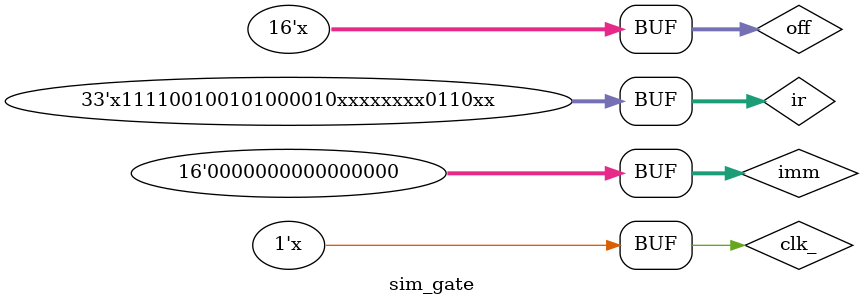
<source format=v>
`timescale 10ns/100ps

module sim_gate;

  // Registers
  reg clk_;
  reg [32:0] ir;
  reg [15:0] off, imm;

  // Net declarations
  wire roe_, rwe_, rcs_, rble_, rbhe_;
  wire [17:0] addr_;
  wire [15:0] data_;

  // Module instantiations
  test_exec t0(clk_, ir, off, imm, addr_, data_, roe_, rwe_, rcs_, rble_, rbhe_);
  idt71v416s10 idt0(data_, addr_, rwe_, roe_, rcs_, rble_, rbhe_);

  // Behavioral
  initial clk_ <= 1'b0;

  always #2 clk_ = ~clk_;

  initial
    begin            // ac ab im ma by fun  t  wh wr wm wf ad_d ad_c ad_b ad_a  s
       #35 ir      = 33'b0__0__0__0__0_000_000__0__0__0__0_0000_0000_0000_0000_00;
           imm     = 16'h0000;
           off     = 16'h0000;

       // mov immediates to registers and memory in byte and word modes
                     // MODO 4 word
                     // mov ax, 0001h
                     // ac ab im ma by fun  t  wh wr wm wf ad_d ad_c ad_b ad_a  s
       #40 ir      = 33'b0__1__1__0_001_001__0__1__0__0_0000_xxxx_xxxx_1100_xx;
           imm     = 16'h0001;
           off     = 16'hxxxx;

                     // MODO 5 word
                     // mov [bx], 3241h
                     // ac ab im ma by fun  t  wh wr wm wf ad_d ad_c ad_b ad_a  s
       #40 ir      = 33'bx__x__1__1__0_001_001__0__1__0__0_1101_xxxx_xxxx_1100_xx;
           imm     = 16'h3241;
           off     = 16'hxxxx;
                     // MODO 2 word (implícito en el modo 5)
                     // ac ab im ma by fun  t  wh wr wm wf ad_d ad_c ad_b ad_a  s
       #40 ir      = 33'b0__0__0__x__0_000_111__0__0__1__0_xxxx_1101_0011_1100_11;
           imm     = 16'hxxxx;
           off     = 16'h0000;

                     // MODO 3 word
                     // mov dx, [cx]
                     // ac ab im ma by fun  t  wh wr wm wf ad_d ad_c ad_b ad_a  s
       #40 ir      = 33'bx__0__0__0__0_000_111__0__1__0__0_0010_xxxx_0001_1100_11;
           imm     = 16'hxxxx;
           off     = 16'h0000;

                     // MODO 1 word
                     // mov cx, dx
                     // ac ab im ma by fun  t  wh wr wm wf ad_d ad_c ad_b ad_a  s
       #40 ir      = 33'bx__0__1__1__0_001_001__0__1__0__0_0001_xxxx_xxxx_0010_xx;
           imm     = 16'h0000;
           off     = 16'hxxxx;

                     // MODO 2 word, Store en dirección impar
                     // mov [ax], cx ; mem[01] = 3241h
                     // ac ab im ma by fun  t  wh wr wm wf ad_d ad_c ad_b ad_a  s
       #40 ir      = 33'b0__0__0__x__0_000_111__0__0__1__0_xxxx_0001_0000_1100_11;  // st
           imm     = 16'hxxxx;
           off     = 16'h0000;

                     // MODO 2 word, Load en dirección impar
                     // mov dx, [ax]
                     // ac ab im ma by fun  t  wh wr wm wf ad_d ad_c ad_b ad_a  s
       #40 ir      = 33'bx__0__0__0__0_000_111__0__1__0__0_0010_xxxx_0000_1100_11;  // ld
           imm     = 16'hxxxx;
           off     = 16'h0000;

                     // MODO 4 byte
                     // mov ch, 76h
                     // ac ab im ma by fun  t  wh wr wm wf ad_d ad_c ad_b ad_a  s
       #40 ir      = 33'bx__x__1__1__1_001_001__0__1__0__0_0101_xxxx_xxxx_1100_xx;
           imm     = 16'hxx76;
           off     = 16'hxxxx;

                     // MODO 5 byte: mov [bx], 79h; store, dirección par
                     // ac ab im ma by fun  t  wh wr wm wf ad_d ad_c ad_b ad_a  s
       #40 ir      = 33'bx__x__1__1__1_001_001__0__1__0__0_1101_xxxx_xxxx_1100_xx;
           imm     = 16'hxx79;
           off     = 16'hxxxx;
                     // ac ab im ma by fun  t  wh wr wm wf ad_d ad_c ad_b ad_a  s
       #40 ir      = 33'bx__0__0__x__1_000_111__0__0__1__0_xxxx_1101_0011_1100_11;
           imm     = 16'hxxxx;
           off     = 16'h0000;

                     // MODO 2 byte: mov [ax], ch; load, dirección impar
                     // ac ab im ma by fun  t  wh wr wm wf ad_d ad_c ad_b ad_a  s
       #40 ir      = 33'b1__0__0__x__1_000_111__0__0__1__0_xxxx_0101_0000_1100_11;
           imm     = 16'hxxxx;
           off     = 16'h0000;

                     // MODO 3 byte: mov dl, [bx]
                     // ac ab im ma by fun  t  wh wr wm wf ad_d ad_c ad_b ad_a  s
       #40 ir      = 33'bx__0__0__0__1_000_111__0__1__0__0_0010_xxxx_0011_1100_11;
           imm     = 16'hxxxx;
           off     = 16'h0000;

                     // MODO 1 byte: mov dl, dh
                     // ac ab im ma by fun  t  wh wr wm wf ad_d ad_c ad_b ad_a  s
       #40 ir      = 33'bx__1__1__1__1_001_001__0__1__0__0_0010_xxxx_xxxx_0110_xx;
           imm     = 16'h0000;
           off     = 16'hxxxx;

    end

endmodule
</source>
